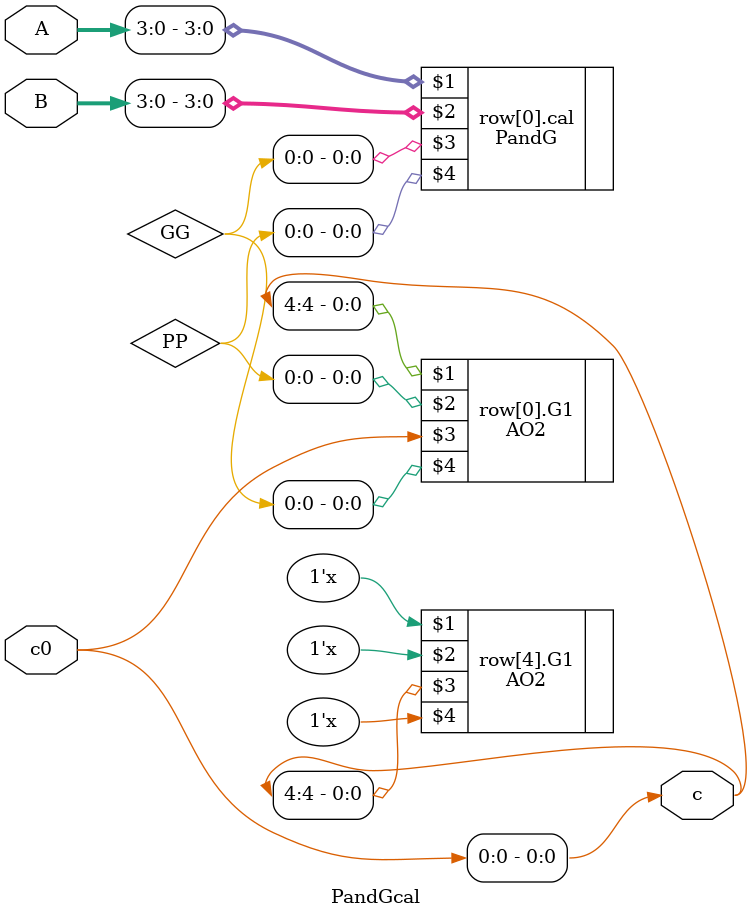
<source format=v>
`timescale 1ns/1ns
module PandGcal(input [15:0]A,B , input c0 ,output [4:0]c);
  wire [3:0]GG,PP;
  genvar j;
  generate for (j=0;j<=12;j=j+4) begin: row
    PandG cal(A[(j+3):j],B[(j+3):j],GG[(j/4)],PP[(j/4)]);
    AO2 #(19,17) G1(c[j+4],PP[j],c[j],GG[j]);
  end
endgenerate
assign c[0]= c0;
endmodule
    
</source>
